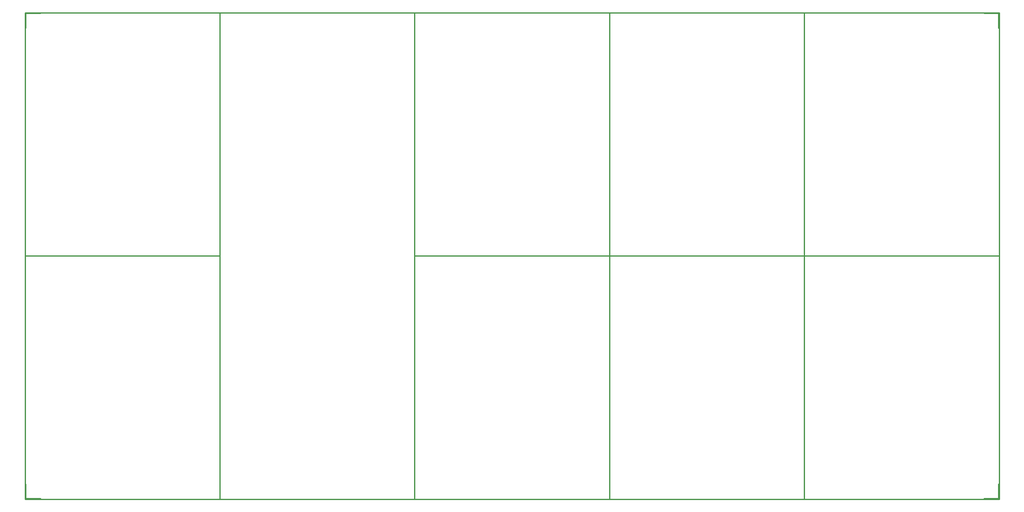
<source format=gbo>
G75*
G71*
%MOMM*%
%OFA0B0*%
%FSLAX53Y53*%
%IPPOS*%
%LPD*%
%ADD56C,0.15000*%
%ADD77C,0.25000*%
X0000000Y0000000D02*
G01*
D56*
D77*
X0000000Y0000000D02*
G01*
D77*
D77*
X0040000Y0050000D02*
X0040000Y0049500D01*
X0000000Y0050000D02*
X0040000Y0050000D01*
X0000000Y0000000D02*
X0000000Y0050000D01*
X0040000Y0000000D02*
X0040000Y0050000D01*
X0000000Y0000000D02*
X0040000Y0000000D01*
X0000000Y0050000D02*
G01*
D56*
D77*
X0000000Y0050000D02*
G01*
D77*
D77*
X0040000Y0100000D02*
X0000000Y0100000D01*
X0040000Y0050000D02*
X0040000Y0100000D01*
X0000000Y0050000D02*
X0040000Y0050000D01*
X0000000Y0100000D02*
X0000000Y0050000D01*
X0040000Y0000000D02*
G01*
D56*
D77*
X0040000Y0000000D02*
G01*
D77*
D77*
X0080000Y0000000D02*
X0080000Y0100000D01*
X0080000Y0100000D02*
X0040000Y0100000D01*
X0080000Y0100000D02*
X0040000Y0100000D01*
X0080000Y0000000D02*
X0080000Y0100000D01*
X0080000Y0000000D02*
X0080000Y0100000D01*
X0080000Y0100000D02*
X0040000Y0100000D01*
X0040000Y0000000D02*
X0080000Y0000000D01*
X0040000Y0100000D02*
X0040000Y0000000D01*
X0080000Y0100000D02*
X0040000Y0100000D01*
X0080000Y0000000D02*
X0080000Y0100000D01*
X0080000Y0000000D02*
G01*
D56*
D77*
X0080000Y0000000D02*
G01*
D77*
D77*
X0120000Y0050000D02*
X0080000Y0050000D01*
X0120000Y0000000D02*
X0120000Y0050000D01*
X0080000Y0000000D02*
X0120000Y0000000D01*
X0080000Y0050000D02*
X0080000Y0000000D01*
X0120000Y0000000D02*
G01*
D56*
D77*
X0120000Y0000000D02*
G01*
D77*
D77*
X0160000Y0050000D02*
X0160000Y0049500D01*
X0120000Y0050000D02*
X0160000Y0050000D01*
X0120000Y0000000D02*
X0120000Y0050000D01*
X0160000Y0000000D02*
X0160000Y0050000D01*
X0120000Y0000000D02*
X0160000Y0000000D01*
X0080000Y0050000D02*
G01*
D56*
D77*
X0080000Y0050000D02*
G01*
D77*
D77*
X0120000Y0100000D02*
X0120000Y0099500D01*
X0080000Y0100000D02*
X0120000Y0100000D01*
X0080000Y0050000D02*
X0080000Y0100000D01*
X0120000Y0050000D02*
X0120000Y0100000D01*
X0080000Y0050000D02*
X0120000Y0050000D01*
X0120000Y0050000D02*
G01*
D56*
D77*
X0120000Y0050000D02*
G01*
D77*
D77*
X0160000Y0100000D02*
X0120000Y0100000D01*
X0160000Y0050000D02*
X0160000Y0100000D01*
X0120000Y0050000D02*
X0160000Y0050000D01*
X0120000Y0100000D02*
X0120000Y0050000D01*
X0160000Y0000000D02*
G01*
D56*
D77*
X0160000Y0000000D02*
G01*
D77*
D77*
X0200000Y0050000D02*
X0160000Y0050000D01*
X0200000Y0000000D02*
X0200000Y0050000D01*
X0160000Y0000000D02*
X0200000Y0000000D01*
X0160000Y0050000D02*
X0160000Y0000000D01*
X0160000Y0050000D02*
G01*
D56*
D77*
X0160000Y0050000D02*
G01*
D77*
D77*
X0160000Y0100000D02*
X0200000Y0100000D01*
X0160000Y0050000D02*
X0160000Y0100000D01*
D77*
X0200000Y0100000D02*
X0200000Y0099500D01*
D77*
X0200000Y0050000D02*
X0200000Y0100000D01*
X0160000Y0050000D02*
X0200000Y0050000D01*
D77*
X0003125Y0000125D02*
X0000125Y0000125D01*
X0000125Y0003125D01*
X0199875Y0003125D02*
X0199875Y0000125D01*
X0196875Y0000125D01*
X0196875Y0099875D02*
X0199875Y0099875D01*
X0199875Y0096875D01*
X0000125Y0096875D02*
X0000125Y0099875D01*
X0003125Y0099875D01*
%ADD10C,0.00100*%
D10*
X0000000Y0000000D02*
X0000000Y0100000D01*
X0200000Y0100000D01*
X0200000Y0000000D01*
X0000000Y0000000D01*
M02*

</source>
